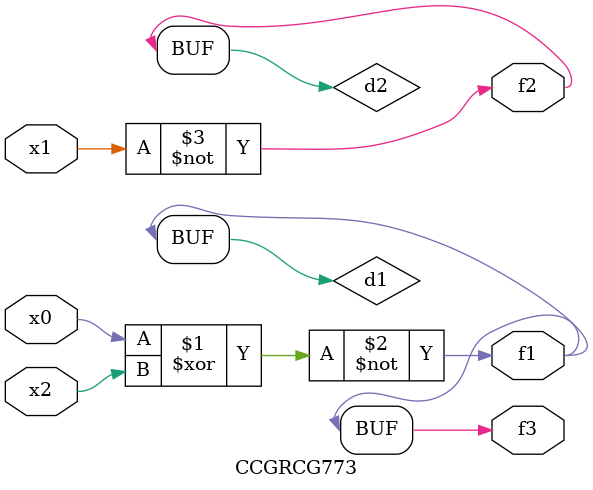
<source format=v>
module CCGRCG773(
	input x0, x1, x2,
	output f1, f2, f3
);

	wire d1, d2, d3;

	xnor (d1, x0, x2);
	nand (d2, x1);
	nor (d3, x1, x2);
	assign f1 = d1;
	assign f2 = d2;
	assign f3 = d1;
endmodule

</source>
